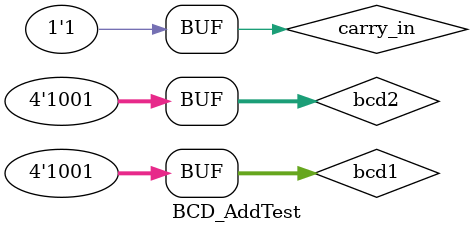
<source format=sv>

module BCD_Add(input [3:0]bcd1,input [3:0]bcd2,input carry_in, output logic [3:0] tens,output logic [3:0]ones);
wire [3:0]intermediateResult;
wire carry_out;
//wire tensPotential;
//wire onesPotential;
FourBitAdder BCDAddingIsNoDifferent(bcd1,bcd2,carry_in,intermediateResult,carry_out);
HexDtoDec decodeandcheck(intermediateResult,carry_out,tens,ones);

endmodule 

module BCD_AddTest();
reg [0:3]bcd1;
reg [0:3]bcd2;
reg carry_in;
reg [0:3]tens;
reg [0:3]ones;

BCD_Add test(bcd1,bcd2,carry_in,tens,ones);
initial begin
for(int i=0;i<10;i++)
	begin
	bcd1=i;
	for(int j=0;j<10;j++)
		begin
		bcd2=j;
		for(int k=0;k<2;k++)
			begin
			carry_in=k;#10;
			end

		end
	end

end

endmodule 
</source>
